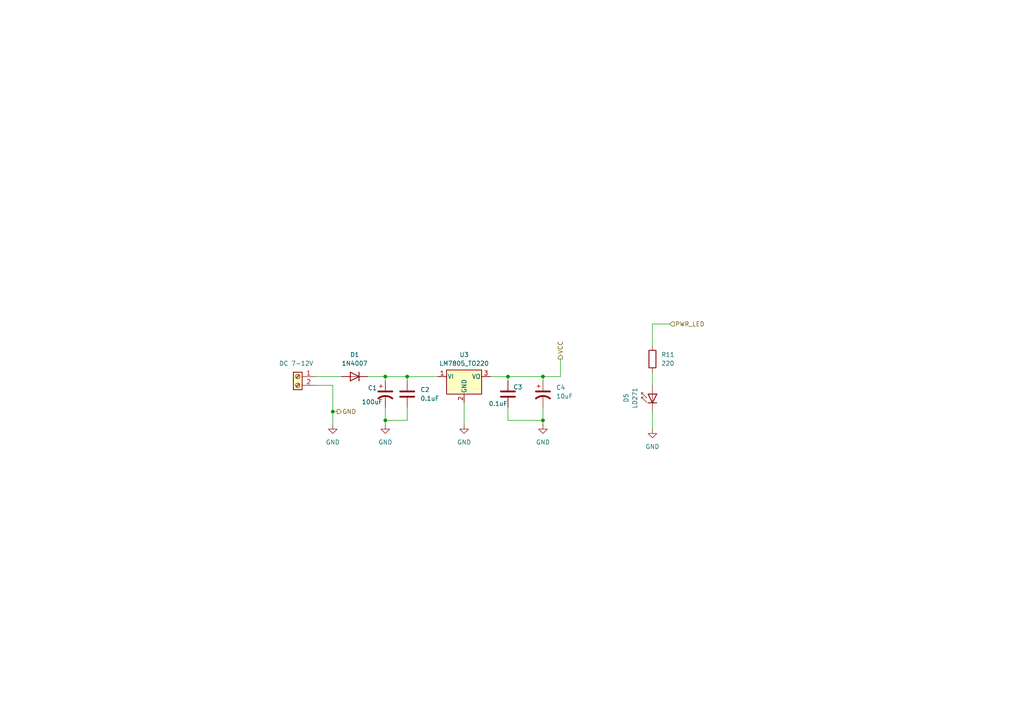
<source format=kicad_sch>
(kicad_sch
	(version 20231120)
	(generator "eeschema")
	(generator_version "8.0")
	(uuid "59353d23-b7a4-4b58-81ee-5cf4f7885164")
	(paper "A4")
	(lib_symbols
		(symbol "Connector:Screw_Terminal_01x02"
			(pin_names
				(offset 1.016) hide)
			(exclude_from_sim no)
			(in_bom yes)
			(on_board yes)
			(property "Reference" "J"
				(at 0 2.54 0)
				(effects
					(font
						(size 1.27 1.27)
					)
				)
			)
			(property "Value" "Screw_Terminal_01x02"
				(at 0 -5.08 0)
				(effects
					(font
						(size 1.27 1.27)
					)
				)
			)
			(property "Footprint" ""
				(at 0 0 0)
				(effects
					(font
						(size 1.27 1.27)
					)
					(hide yes)
				)
			)
			(property "Datasheet" "~"
				(at 0 0 0)
				(effects
					(font
						(size 1.27 1.27)
					)
					(hide yes)
				)
			)
			(property "Description" "Generic screw terminal, single row, 01x02, script generated (kicad-library-utils/schlib/autogen/connector/)"
				(at 0 0 0)
				(effects
					(font
						(size 1.27 1.27)
					)
					(hide yes)
				)
			)
			(property "ki_keywords" "screw terminal"
				(at 0 0 0)
				(effects
					(font
						(size 1.27 1.27)
					)
					(hide yes)
				)
			)
			(property "ki_fp_filters" "TerminalBlock*:*"
				(at 0 0 0)
				(effects
					(font
						(size 1.27 1.27)
					)
					(hide yes)
				)
			)
			(symbol "Screw_Terminal_01x02_1_1"
				(rectangle
					(start -1.27 1.27)
					(end 1.27 -3.81)
					(stroke
						(width 0.254)
						(type default)
					)
					(fill
						(type background)
					)
				)
				(circle
					(center 0 -2.54)
					(radius 0.635)
					(stroke
						(width 0.1524)
						(type default)
					)
					(fill
						(type none)
					)
				)
				(polyline
					(pts
						(xy -0.5334 -2.2098) (xy 0.3302 -3.048)
					)
					(stroke
						(width 0.1524)
						(type default)
					)
					(fill
						(type none)
					)
				)
				(polyline
					(pts
						(xy -0.5334 0.3302) (xy 0.3302 -0.508)
					)
					(stroke
						(width 0.1524)
						(type default)
					)
					(fill
						(type none)
					)
				)
				(polyline
					(pts
						(xy -0.3556 -2.032) (xy 0.508 -2.8702)
					)
					(stroke
						(width 0.1524)
						(type default)
					)
					(fill
						(type none)
					)
				)
				(polyline
					(pts
						(xy -0.3556 0.508) (xy 0.508 -0.3302)
					)
					(stroke
						(width 0.1524)
						(type default)
					)
					(fill
						(type none)
					)
				)
				(circle
					(center 0 0)
					(radius 0.635)
					(stroke
						(width 0.1524)
						(type default)
					)
					(fill
						(type none)
					)
				)
				(pin passive line
					(at -5.08 0 0)
					(length 3.81)
					(name "Pin_1"
						(effects
							(font
								(size 1.27 1.27)
							)
						)
					)
					(number "1"
						(effects
							(font
								(size 1.27 1.27)
							)
						)
					)
				)
				(pin passive line
					(at -5.08 -2.54 0)
					(length 3.81)
					(name "Pin_2"
						(effects
							(font
								(size 1.27 1.27)
							)
						)
					)
					(number "2"
						(effects
							(font
								(size 1.27 1.27)
							)
						)
					)
				)
			)
		)
		(symbol "Device:C"
			(pin_numbers hide)
			(pin_names
				(offset 0.254)
			)
			(exclude_from_sim no)
			(in_bom yes)
			(on_board yes)
			(property "Reference" "C"
				(at 0.635 2.54 0)
				(effects
					(font
						(size 1.27 1.27)
					)
					(justify left)
				)
			)
			(property "Value" "C"
				(at 0.635 -2.54 0)
				(effects
					(font
						(size 1.27 1.27)
					)
					(justify left)
				)
			)
			(property "Footprint" ""
				(at 0.9652 -3.81 0)
				(effects
					(font
						(size 1.27 1.27)
					)
					(hide yes)
				)
			)
			(property "Datasheet" "~"
				(at 0 0 0)
				(effects
					(font
						(size 1.27 1.27)
					)
					(hide yes)
				)
			)
			(property "Description" "Unpolarized capacitor"
				(at 0 0 0)
				(effects
					(font
						(size 1.27 1.27)
					)
					(hide yes)
				)
			)
			(property "ki_keywords" "cap capacitor"
				(at 0 0 0)
				(effects
					(font
						(size 1.27 1.27)
					)
					(hide yes)
				)
			)
			(property "ki_fp_filters" "C_*"
				(at 0 0 0)
				(effects
					(font
						(size 1.27 1.27)
					)
					(hide yes)
				)
			)
			(symbol "C_0_1"
				(polyline
					(pts
						(xy -2.032 -0.762) (xy 2.032 -0.762)
					)
					(stroke
						(width 0.508)
						(type default)
					)
					(fill
						(type none)
					)
				)
				(polyline
					(pts
						(xy -2.032 0.762) (xy 2.032 0.762)
					)
					(stroke
						(width 0.508)
						(type default)
					)
					(fill
						(type none)
					)
				)
			)
			(symbol "C_1_1"
				(pin passive line
					(at 0 3.81 270)
					(length 2.794)
					(name "~"
						(effects
							(font
								(size 1.27 1.27)
							)
						)
					)
					(number "1"
						(effects
							(font
								(size 1.27 1.27)
							)
						)
					)
				)
				(pin passive line
					(at 0 -3.81 90)
					(length 2.794)
					(name "~"
						(effects
							(font
								(size 1.27 1.27)
							)
						)
					)
					(number "2"
						(effects
							(font
								(size 1.27 1.27)
							)
						)
					)
				)
			)
		)
		(symbol "Device:C_Polarized_US"
			(pin_numbers hide)
			(pin_names
				(offset 0.254) hide)
			(exclude_from_sim no)
			(in_bom yes)
			(on_board yes)
			(property "Reference" "C"
				(at 0.635 2.54 0)
				(effects
					(font
						(size 1.27 1.27)
					)
					(justify left)
				)
			)
			(property "Value" "C_Polarized_US"
				(at 0.635 -2.54 0)
				(effects
					(font
						(size 1.27 1.27)
					)
					(justify left)
				)
			)
			(property "Footprint" ""
				(at 0 0 0)
				(effects
					(font
						(size 1.27 1.27)
					)
					(hide yes)
				)
			)
			(property "Datasheet" "~"
				(at 0 0 0)
				(effects
					(font
						(size 1.27 1.27)
					)
					(hide yes)
				)
			)
			(property "Description" "Polarized capacitor, US symbol"
				(at 0 0 0)
				(effects
					(font
						(size 1.27 1.27)
					)
					(hide yes)
				)
			)
			(property "ki_keywords" "cap capacitor"
				(at 0 0 0)
				(effects
					(font
						(size 1.27 1.27)
					)
					(hide yes)
				)
			)
			(property "ki_fp_filters" "CP_*"
				(at 0 0 0)
				(effects
					(font
						(size 1.27 1.27)
					)
					(hide yes)
				)
			)
			(symbol "C_Polarized_US_0_1"
				(polyline
					(pts
						(xy -2.032 0.762) (xy 2.032 0.762)
					)
					(stroke
						(width 0.508)
						(type default)
					)
					(fill
						(type none)
					)
				)
				(polyline
					(pts
						(xy -1.778 2.286) (xy -0.762 2.286)
					)
					(stroke
						(width 0)
						(type default)
					)
					(fill
						(type none)
					)
				)
				(polyline
					(pts
						(xy -1.27 1.778) (xy -1.27 2.794)
					)
					(stroke
						(width 0)
						(type default)
					)
					(fill
						(type none)
					)
				)
				(arc
					(start 2.032 -1.27)
					(mid 0 -0.5572)
					(end -2.032 -1.27)
					(stroke
						(width 0.508)
						(type default)
					)
					(fill
						(type none)
					)
				)
			)
			(symbol "C_Polarized_US_1_1"
				(pin passive line
					(at 0 3.81 270)
					(length 2.794)
					(name "~"
						(effects
							(font
								(size 1.27 1.27)
							)
						)
					)
					(number "1"
						(effects
							(font
								(size 1.27 1.27)
							)
						)
					)
				)
				(pin passive line
					(at 0 -3.81 90)
					(length 3.302)
					(name "~"
						(effects
							(font
								(size 1.27 1.27)
							)
						)
					)
					(number "2"
						(effects
							(font
								(size 1.27 1.27)
							)
						)
					)
				)
			)
		)
		(symbol "Device:R"
			(pin_numbers hide)
			(pin_names
				(offset 0)
			)
			(exclude_from_sim no)
			(in_bom yes)
			(on_board yes)
			(property "Reference" "R"
				(at 2.032 0 90)
				(effects
					(font
						(size 1.27 1.27)
					)
				)
			)
			(property "Value" "R"
				(at 0 0 90)
				(effects
					(font
						(size 1.27 1.27)
					)
				)
			)
			(property "Footprint" ""
				(at -1.778 0 90)
				(effects
					(font
						(size 1.27 1.27)
					)
					(hide yes)
				)
			)
			(property "Datasheet" "~"
				(at 0 0 0)
				(effects
					(font
						(size 1.27 1.27)
					)
					(hide yes)
				)
			)
			(property "Description" "Resistor"
				(at 0 0 0)
				(effects
					(font
						(size 1.27 1.27)
					)
					(hide yes)
				)
			)
			(property "ki_keywords" "R res resistor"
				(at 0 0 0)
				(effects
					(font
						(size 1.27 1.27)
					)
					(hide yes)
				)
			)
			(property "ki_fp_filters" "R_*"
				(at 0 0 0)
				(effects
					(font
						(size 1.27 1.27)
					)
					(hide yes)
				)
			)
			(symbol "R_0_1"
				(rectangle
					(start -1.016 -2.54)
					(end 1.016 2.54)
					(stroke
						(width 0.254)
						(type default)
					)
					(fill
						(type none)
					)
				)
			)
			(symbol "R_1_1"
				(pin passive line
					(at 0 3.81 270)
					(length 1.27)
					(name "~"
						(effects
							(font
								(size 1.27 1.27)
							)
						)
					)
					(number "1"
						(effects
							(font
								(size 1.27 1.27)
							)
						)
					)
				)
				(pin passive line
					(at 0 -3.81 90)
					(length 1.27)
					(name "~"
						(effects
							(font
								(size 1.27 1.27)
							)
						)
					)
					(number "2"
						(effects
							(font
								(size 1.27 1.27)
							)
						)
					)
				)
			)
		)
		(symbol "Diode:1N4007"
			(pin_numbers hide)
			(pin_names hide)
			(exclude_from_sim no)
			(in_bom yes)
			(on_board yes)
			(property "Reference" "D"
				(at 0 2.54 0)
				(effects
					(font
						(size 1.27 1.27)
					)
				)
			)
			(property "Value" "1N4007"
				(at 0 -2.54 0)
				(effects
					(font
						(size 1.27 1.27)
					)
				)
			)
			(property "Footprint" "Diode_THT:D_DO-41_SOD81_P10.16mm_Horizontal"
				(at 0 -4.445 0)
				(effects
					(font
						(size 1.27 1.27)
					)
					(hide yes)
				)
			)
			(property "Datasheet" "http://www.vishay.com/docs/88503/1n4001.pdf"
				(at 0 0 0)
				(effects
					(font
						(size 1.27 1.27)
					)
					(hide yes)
				)
			)
			(property "Description" "1000V 1A General Purpose Rectifier Diode, DO-41"
				(at 0 0 0)
				(effects
					(font
						(size 1.27 1.27)
					)
					(hide yes)
				)
			)
			(property "Sim.Device" "D"
				(at 0 0 0)
				(effects
					(font
						(size 1.27 1.27)
					)
					(hide yes)
				)
			)
			(property "Sim.Pins" "1=K 2=A"
				(at 0 0 0)
				(effects
					(font
						(size 1.27 1.27)
					)
					(hide yes)
				)
			)
			(property "ki_keywords" "diode"
				(at 0 0 0)
				(effects
					(font
						(size 1.27 1.27)
					)
					(hide yes)
				)
			)
			(property "ki_fp_filters" "D*DO?41*"
				(at 0 0 0)
				(effects
					(font
						(size 1.27 1.27)
					)
					(hide yes)
				)
			)
			(symbol "1N4007_0_1"
				(polyline
					(pts
						(xy -1.27 1.27) (xy -1.27 -1.27)
					)
					(stroke
						(width 0.254)
						(type default)
					)
					(fill
						(type none)
					)
				)
				(polyline
					(pts
						(xy 1.27 0) (xy -1.27 0)
					)
					(stroke
						(width 0)
						(type default)
					)
					(fill
						(type none)
					)
				)
				(polyline
					(pts
						(xy 1.27 1.27) (xy 1.27 -1.27) (xy -1.27 0) (xy 1.27 1.27)
					)
					(stroke
						(width 0.254)
						(type default)
					)
					(fill
						(type none)
					)
				)
			)
			(symbol "1N4007_1_1"
				(pin passive line
					(at -3.81 0 0)
					(length 2.54)
					(name "K"
						(effects
							(font
								(size 1.27 1.27)
							)
						)
					)
					(number "1"
						(effects
							(font
								(size 1.27 1.27)
							)
						)
					)
				)
				(pin passive line
					(at 3.81 0 180)
					(length 2.54)
					(name "A"
						(effects
							(font
								(size 1.27 1.27)
							)
						)
					)
					(number "2"
						(effects
							(font
								(size 1.27 1.27)
							)
						)
					)
				)
			)
		)
		(symbol "LED:LD271"
			(pin_numbers hide)
			(pin_names
				(offset 1.016) hide)
			(exclude_from_sim no)
			(in_bom yes)
			(on_board yes)
			(property "Reference" "D"
				(at 0.508 1.778 0)
				(effects
					(font
						(size 1.27 1.27)
					)
					(justify left)
				)
			)
			(property "Value" "LD271"
				(at -1.016 -2.794 0)
				(effects
					(font
						(size 1.27 1.27)
					)
				)
			)
			(property "Footprint" "LED_THT:LED_D5.0mm_IRGrey"
				(at 0 4.445 0)
				(effects
					(font
						(size 1.27 1.27)
					)
					(hide yes)
				)
			)
			(property "Datasheet" "http://www.alliedelec.com/m/d/40788c34903a719969df15f1fbea1056.pdf"
				(at -1.27 0 0)
				(effects
					(font
						(size 1.27 1.27)
					)
					(hide yes)
				)
			)
			(property "Description" "940nm IR-LED, 5mm"
				(at 0 0 0)
				(effects
					(font
						(size 1.27 1.27)
					)
					(hide yes)
				)
			)
			(property "ki_keywords" "IR LED"
				(at 0 0 0)
				(effects
					(font
						(size 1.27 1.27)
					)
					(hide yes)
				)
			)
			(property "ki_fp_filters" "LED*5.0mm*IRGrey*"
				(at 0 0 0)
				(effects
					(font
						(size 1.27 1.27)
					)
					(hide yes)
				)
			)
			(symbol "LD271_0_1"
				(polyline
					(pts
						(xy -2.54 1.27) (xy -2.54 -1.27)
					)
					(stroke
						(width 0.254)
						(type default)
					)
					(fill
						(type none)
					)
				)
				(polyline
					(pts
						(xy 0 0) (xy -2.54 0)
					)
					(stroke
						(width 0)
						(type default)
					)
					(fill
						(type none)
					)
				)
				(polyline
					(pts
						(xy 0.381 3.175) (xy -0.127 3.175)
					)
					(stroke
						(width 0)
						(type default)
					)
					(fill
						(type none)
					)
				)
				(polyline
					(pts
						(xy -1.143 1.651) (xy 0.381 3.175) (xy 0.381 2.667)
					)
					(stroke
						(width 0)
						(type default)
					)
					(fill
						(type none)
					)
				)
				(polyline
					(pts
						(xy 0 -1.27) (xy -2.54 0) (xy 0 1.27) (xy 0 -1.27)
					)
					(stroke
						(width 0.254)
						(type default)
					)
					(fill
						(type none)
					)
				)
				(polyline
					(pts
						(xy -2.413 1.651) (xy -0.889 3.175) (xy -0.889 2.667) (xy -0.889 3.175) (xy -1.397 3.175)
					)
					(stroke
						(width 0)
						(type default)
					)
					(fill
						(type none)
					)
				)
			)
			(symbol "LD271_1_1"
				(pin passive line
					(at -5.08 0 0)
					(length 2.54)
					(name "K"
						(effects
							(font
								(size 1.27 1.27)
							)
						)
					)
					(number "1"
						(effects
							(font
								(size 1.27 1.27)
							)
						)
					)
				)
				(pin passive line
					(at 2.54 0 180)
					(length 2.54)
					(name "A"
						(effects
							(font
								(size 1.27 1.27)
							)
						)
					)
					(number "2"
						(effects
							(font
								(size 1.27 1.27)
							)
						)
					)
				)
			)
		)
		(symbol "Regulator_Linear:LM7805_TO220"
			(pin_names
				(offset 0.254)
			)
			(exclude_from_sim no)
			(in_bom yes)
			(on_board yes)
			(property "Reference" "U"
				(at -3.81 3.175 0)
				(effects
					(font
						(size 1.27 1.27)
					)
				)
			)
			(property "Value" "LM7805_TO220"
				(at 0 3.175 0)
				(effects
					(font
						(size 1.27 1.27)
					)
					(justify left)
				)
			)
			(property "Footprint" "Package_TO_SOT_THT:TO-220-3_Vertical"
				(at 0 5.715 0)
				(effects
					(font
						(size 1.27 1.27)
						(italic yes)
					)
					(hide yes)
				)
			)
			(property "Datasheet" "https://www.onsemi.cn/PowerSolutions/document/MC7800-D.PDF"
				(at 0 -1.27 0)
				(effects
					(font
						(size 1.27 1.27)
					)
					(hide yes)
				)
			)
			(property "Description" "Positive 1A 35V Linear Regulator, Fixed Output 5V, TO-220"
				(at 0 0 0)
				(effects
					(font
						(size 1.27 1.27)
					)
					(hide yes)
				)
			)
			(property "ki_keywords" "Voltage Regulator 1A Positive"
				(at 0 0 0)
				(effects
					(font
						(size 1.27 1.27)
					)
					(hide yes)
				)
			)
			(property "ki_fp_filters" "TO?220*"
				(at 0 0 0)
				(effects
					(font
						(size 1.27 1.27)
					)
					(hide yes)
				)
			)
			(symbol "LM7805_TO220_0_1"
				(rectangle
					(start -5.08 1.905)
					(end 5.08 -5.08)
					(stroke
						(width 0.254)
						(type default)
					)
					(fill
						(type background)
					)
				)
			)
			(symbol "LM7805_TO220_1_1"
				(pin power_in line
					(at -7.62 0 0)
					(length 2.54)
					(name "VI"
						(effects
							(font
								(size 1.27 1.27)
							)
						)
					)
					(number "1"
						(effects
							(font
								(size 1.27 1.27)
							)
						)
					)
				)
				(pin power_in line
					(at 0 -7.62 90)
					(length 2.54)
					(name "GND"
						(effects
							(font
								(size 1.27 1.27)
							)
						)
					)
					(number "2"
						(effects
							(font
								(size 1.27 1.27)
							)
						)
					)
				)
				(pin power_out line
					(at 7.62 0 180)
					(length 2.54)
					(name "VO"
						(effects
							(font
								(size 1.27 1.27)
							)
						)
					)
					(number "3"
						(effects
							(font
								(size 1.27 1.27)
							)
						)
					)
				)
			)
		)
		(symbol "power:GND"
			(power)
			(pin_numbers hide)
			(pin_names
				(offset 0) hide)
			(exclude_from_sim no)
			(in_bom yes)
			(on_board yes)
			(property "Reference" "#PWR"
				(at 0 -6.35 0)
				(effects
					(font
						(size 1.27 1.27)
					)
					(hide yes)
				)
			)
			(property "Value" "GND"
				(at 0 -3.81 0)
				(effects
					(font
						(size 1.27 1.27)
					)
				)
			)
			(property "Footprint" ""
				(at 0 0 0)
				(effects
					(font
						(size 1.27 1.27)
					)
					(hide yes)
				)
			)
			(property "Datasheet" ""
				(at 0 0 0)
				(effects
					(font
						(size 1.27 1.27)
					)
					(hide yes)
				)
			)
			(property "Description" "Power symbol creates a global label with name \"GND\" , ground"
				(at 0 0 0)
				(effects
					(font
						(size 1.27 1.27)
					)
					(hide yes)
				)
			)
			(property "ki_keywords" "global power"
				(at 0 0 0)
				(effects
					(font
						(size 1.27 1.27)
					)
					(hide yes)
				)
			)
			(symbol "GND_0_1"
				(polyline
					(pts
						(xy 0 0) (xy 0 -1.27) (xy 1.27 -1.27) (xy 0 -2.54) (xy -1.27 -1.27) (xy 0 -1.27)
					)
					(stroke
						(width 0)
						(type default)
					)
					(fill
						(type none)
					)
				)
			)
			(symbol "GND_1_1"
				(pin power_in line
					(at 0 0 270)
					(length 0)
					(name "~"
						(effects
							(font
								(size 1.27 1.27)
							)
						)
					)
					(number "1"
						(effects
							(font
								(size 1.27 1.27)
							)
						)
					)
				)
			)
		)
	)
	(junction
		(at 96.52 119.38)
		(diameter 0)
		(color 0 0 0 0)
		(uuid "15b897b5-51f5-4d7d-9140-e8af4073e128")
	)
	(junction
		(at 111.76 121.92)
		(diameter 0)
		(color 0 0 0 0)
		(uuid "239efe2b-efcf-4386-a6f6-01a59c1f4d8c")
	)
	(junction
		(at 111.76 109.22)
		(diameter 0)
		(color 0 0 0 0)
		(uuid "824cf1dd-8989-443c-b1af-fe9530eb83b0")
	)
	(junction
		(at 157.48 109.22)
		(diameter 0)
		(color 0 0 0 0)
		(uuid "974a97f9-64ba-434a-a37f-374c152255f2")
	)
	(junction
		(at 147.32 109.22)
		(diameter 0)
		(color 0 0 0 0)
		(uuid "aed7f039-ecfc-4e09-9246-bfefa5e580fb")
	)
	(junction
		(at 118.11 109.22)
		(diameter 0)
		(color 0 0 0 0)
		(uuid "de712f4c-b36b-4162-8af8-4129537138c3")
	)
	(junction
		(at 157.48 121.92)
		(diameter 0)
		(color 0 0 0 0)
		(uuid "ec0f4d57-adc5-4375-8c2e-8654ddafa39e")
	)
	(wire
		(pts
			(xy 157.48 118.11) (xy 157.48 121.92)
		)
		(stroke
			(width 0)
			(type default)
		)
		(uuid "0f1bb889-9ec6-48b9-b4bd-d83136098617")
	)
	(wire
		(pts
			(xy 157.48 121.92) (xy 157.48 123.19)
		)
		(stroke
			(width 0)
			(type default)
		)
		(uuid "2f3edaf2-ecf3-466c-b267-8f3222ed0df8")
	)
	(wire
		(pts
			(xy 118.11 109.22) (xy 127 109.22)
		)
		(stroke
			(width 0)
			(type default)
		)
		(uuid "31f4fc7b-550e-4e58-b1af-0b64005d0340")
	)
	(wire
		(pts
			(xy 147.32 109.22) (xy 147.32 110.49)
		)
		(stroke
			(width 0)
			(type default)
		)
		(uuid "3bf75202-ec57-4533-bdfe-35f4924342d8")
	)
	(wire
		(pts
			(xy 91.44 109.22) (xy 99.06 109.22)
		)
		(stroke
			(width 0)
			(type default)
		)
		(uuid "51443678-4c19-45a9-b756-908bc000b162")
	)
	(wire
		(pts
			(xy 118.11 121.92) (xy 111.76 121.92)
		)
		(stroke
			(width 0)
			(type default)
		)
		(uuid "587a34e2-a72b-42b4-86d2-21eecfdf31eb")
	)
	(wire
		(pts
			(xy 106.68 109.22) (xy 111.76 109.22)
		)
		(stroke
			(width 0)
			(type default)
		)
		(uuid "5a4bd36a-cf37-4fa7-ad51-a4d5daf09917")
	)
	(wire
		(pts
			(xy 111.76 109.22) (xy 118.11 109.22)
		)
		(stroke
			(width 0)
			(type default)
		)
		(uuid "5af10b73-839a-4298-834b-25d3c424bffa")
	)
	(wire
		(pts
			(xy 118.11 118.11) (xy 118.11 121.92)
		)
		(stroke
			(width 0)
			(type default)
		)
		(uuid "665fc4a6-3cf9-444b-afac-a0e15dcfed90")
	)
	(wire
		(pts
			(xy 134.62 116.84) (xy 134.62 123.19)
		)
		(stroke
			(width 0)
			(type default)
		)
		(uuid "6b0e7730-47ef-4c22-80de-69bc514b5a95")
	)
	(wire
		(pts
			(xy 157.48 109.22) (xy 162.56 109.22)
		)
		(stroke
			(width 0)
			(type default)
		)
		(uuid "726f7c92-3147-453f-96d1-c8d61eacf382")
	)
	(wire
		(pts
			(xy 157.48 109.22) (xy 157.48 110.49)
		)
		(stroke
			(width 0)
			(type default)
		)
		(uuid "807293fb-62a3-4721-91fd-98f5a60e5705")
	)
	(wire
		(pts
			(xy 162.56 104.14) (xy 162.56 109.22)
		)
		(stroke
			(width 0)
			(type default)
		)
		(uuid "83272da0-43af-4376-a04b-aa739989ab08")
	)
	(wire
		(pts
			(xy 118.11 109.22) (xy 118.11 110.49)
		)
		(stroke
			(width 0)
			(type default)
		)
		(uuid "8a80193b-4dc9-4861-ba42-a2dda56aaf39")
	)
	(wire
		(pts
			(xy 111.76 118.11) (xy 111.76 121.92)
		)
		(stroke
			(width 0)
			(type default)
		)
		(uuid "8f7a4dc6-6886-492f-9f0d-b17bb76cb6d5")
	)
	(wire
		(pts
			(xy 189.23 119.38) (xy 189.23 124.46)
		)
		(stroke
			(width 0)
			(type default)
		)
		(uuid "98da6e06-eb66-427b-a303-1d0201b39acf")
	)
	(wire
		(pts
			(xy 111.76 121.92) (xy 111.76 123.19)
		)
		(stroke
			(width 0)
			(type default)
		)
		(uuid "9b2dcc3d-bf3d-423e-b4f1-a7fa26f015b4")
	)
	(wire
		(pts
			(xy 189.23 100.33) (xy 189.23 93.98)
		)
		(stroke
			(width 0)
			(type default)
		)
		(uuid "a5d3fd33-ab44-41cd-bd58-a365e94e147c")
	)
	(wire
		(pts
			(xy 96.52 119.38) (xy 97.79 119.38)
		)
		(stroke
			(width 0)
			(type default)
		)
		(uuid "ac19eca8-a7d7-418f-abdb-1191465853bc")
	)
	(wire
		(pts
			(xy 96.52 111.76) (xy 96.52 119.38)
		)
		(stroke
			(width 0)
			(type default)
		)
		(uuid "acf9f14c-34b6-42b1-9c84-8da5fd29ce7c")
	)
	(wire
		(pts
			(xy 189.23 107.95) (xy 189.23 111.76)
		)
		(stroke
			(width 0)
			(type default)
		)
		(uuid "afc96a2f-f2d4-4b0f-a164-8cd73a93e096")
	)
	(wire
		(pts
			(xy 189.23 93.98) (xy 194.31 93.98)
		)
		(stroke
			(width 0)
			(type default)
		)
		(uuid "cf9aa98b-39a9-4084-9c4c-9e6d6448a0f9")
	)
	(wire
		(pts
			(xy 147.32 121.92) (xy 157.48 121.92)
		)
		(stroke
			(width 0)
			(type default)
		)
		(uuid "d6eb8711-0e36-4227-b509-3110441c33fa")
	)
	(wire
		(pts
			(xy 111.76 109.22) (xy 111.76 110.49)
		)
		(stroke
			(width 0)
			(type default)
		)
		(uuid "d82dce7d-4989-4ee3-ae8e-fd38da820952")
	)
	(wire
		(pts
			(xy 96.52 119.38) (xy 96.52 123.19)
		)
		(stroke
			(width 0)
			(type default)
		)
		(uuid "da564a70-6aff-40df-86c8-3e73817a02ad")
	)
	(wire
		(pts
			(xy 142.24 109.22) (xy 147.32 109.22)
		)
		(stroke
			(width 0)
			(type default)
		)
		(uuid "e22633d3-7f5d-483d-9248-a61119040f0f")
	)
	(wire
		(pts
			(xy 147.32 109.22) (xy 157.48 109.22)
		)
		(stroke
			(width 0)
			(type default)
		)
		(uuid "e49b7293-94d8-4371-8c5d-4df836760659")
	)
	(wire
		(pts
			(xy 147.32 118.11) (xy 147.32 121.92)
		)
		(stroke
			(width 0)
			(type default)
		)
		(uuid "f38649b5-ff26-4a31-a746-0dbd48e155fb")
	)
	(wire
		(pts
			(xy 91.44 111.76) (xy 96.52 111.76)
		)
		(stroke
			(width 0)
			(type default)
		)
		(uuid "fb5b2e99-189c-4a68-a2ce-0b915e2b14e5")
	)
	(hierarchical_label "VCC"
		(shape output)
		(at 162.56 104.14 90)
		(fields_autoplaced yes)
		(effects
			(font
				(size 1.27 1.27)
			)
			(justify left)
		)
		(uuid "04e7c5e4-4b81-420e-8e73-566470f9fa7c")
	)
	(hierarchical_label "PWR_LED"
		(shape input)
		(at 194.31 93.98 0)
		(fields_autoplaced yes)
		(effects
			(font
				(size 1.27 1.27)
			)
			(justify left)
		)
		(uuid "0c529bd7-cdfb-4986-8015-a057bf4ce378")
	)
	(hierarchical_label "GND"
		(shape output)
		(at 97.79 119.38 0)
		(fields_autoplaced yes)
		(effects
			(font
				(size 1.27 1.27)
			)
			(justify left)
		)
		(uuid "2c78d1d7-7ed8-4ab5-b628-dcf46a7c01e7")
	)
	(symbol
		(lib_id "LED:LD271")
		(at 189.23 114.3 90)
		(unit 1)
		(exclude_from_sim no)
		(in_bom yes)
		(on_board yes)
		(dnp no)
		(uuid "0515d51a-a510-4932-b0b5-a594a1fd5d0e")
		(property "Reference" "D5"
			(at 181.61 115.443 0)
			(effects
				(font
					(size 1.27 1.27)
				)
			)
		)
		(property "Value" "LD271"
			(at 184.15 115.443 0)
			(effects
				(font
					(size 1.27 1.27)
				)
			)
		)
		(property "Footprint" "LED_THT:LED_D5.0mm_IRGrey"
			(at 184.785 114.3 0)
			(effects
				(font
					(size 1.27 1.27)
				)
				(hide yes)
			)
		)
		(property "Datasheet" "http://www.alliedelec.com/m/d/40788c34903a719969df15f1fbea1056.pdf"
			(at 189.23 115.57 0)
			(effects
				(font
					(size 1.27 1.27)
				)
				(hide yes)
			)
		)
		(property "Description" "940nm IR-LED, 5mm"
			(at 189.23 114.3 0)
			(effects
				(font
					(size 1.27 1.27)
				)
				(hide yes)
			)
		)
		(pin "1"
			(uuid "8661f0bd-6066-45df-b3b3-7fbc555117c8")
		)
		(pin "2"
			(uuid "468694c7-70a9-4c9c-8531-065f7483ac41")
		)
		(instances
			(project "school automatic bell"
				(path "/67588057-4a04-410a-b058-5e444541d633/28c452b3-5a31-4f30-9e52-b2635d47f75e"
					(reference "D5")
					(unit 1)
				)
			)
		)
	)
	(symbol
		(lib_id "Device:R")
		(at 189.23 104.14 0)
		(unit 1)
		(exclude_from_sim no)
		(in_bom yes)
		(on_board yes)
		(dnp no)
		(fields_autoplaced yes)
		(uuid "08aa0c69-3b75-415f-83c0-f692d69b75ae")
		(property "Reference" "R11"
			(at 191.77 102.8699 0)
			(effects
				(font
					(size 1.27 1.27)
				)
				(justify left)
			)
		)
		(property "Value" "220"
			(at 191.77 105.4099 0)
			(effects
				(font
					(size 1.27 1.27)
				)
				(justify left)
			)
		)
		(property "Footprint" "Resistor_THT:R_Axial_DIN0207_L6.3mm_D2.5mm_P7.62mm_Horizontal"
			(at 187.452 104.14 90)
			(effects
				(font
					(size 1.27 1.27)
				)
				(hide yes)
			)
		)
		(property "Datasheet" "~"
			(at 189.23 104.14 0)
			(effects
				(font
					(size 1.27 1.27)
				)
				(hide yes)
			)
		)
		(property "Description" "Resistor"
			(at 189.23 104.14 0)
			(effects
				(font
					(size 1.27 1.27)
				)
				(hide yes)
			)
		)
		(pin "1"
			(uuid "bba0fa4d-d4e9-4efa-888a-4fc9e682b042")
		)
		(pin "2"
			(uuid "3b3d62ac-126e-45e1-869c-1e2ef522618e")
		)
		(instances
			(project "school automatic bell"
				(path "/67588057-4a04-410a-b058-5e444541d633/28c452b3-5a31-4f30-9e52-b2635d47f75e"
					(reference "R11")
					(unit 1)
				)
			)
		)
	)
	(symbol
		(lib_id "Device:C_Polarized_US")
		(at 157.48 114.3 0)
		(unit 1)
		(exclude_from_sim no)
		(in_bom yes)
		(on_board yes)
		(dnp no)
		(fields_autoplaced yes)
		(uuid "0ae67219-d0e9-4878-baec-8533b038d671")
		(property "Reference" "C4"
			(at 161.29 112.3949 0)
			(effects
				(font
					(size 1.27 1.27)
				)
				(justify left)
			)
		)
		(property "Value" "10uF"
			(at 161.29 114.9349 0)
			(effects
				(font
					(size 1.27 1.27)
				)
				(justify left)
			)
		)
		(property "Footprint" "Capacitor_THT:CP_Radial_Tantal_D7.0mm_P2.50mm"
			(at 157.48 114.3 0)
			(effects
				(font
					(size 1.27 1.27)
				)
				(hide yes)
			)
		)
		(property "Datasheet" "~"
			(at 157.48 114.3 0)
			(effects
				(font
					(size 1.27 1.27)
				)
				(hide yes)
			)
		)
		(property "Description" "Polarized capacitor, US symbol"
			(at 157.48 114.3 0)
			(effects
				(font
					(size 1.27 1.27)
				)
				(hide yes)
			)
		)
		(pin "1"
			(uuid "8f4e8100-2494-4425-b39e-a1a376d7f273")
		)
		(pin "2"
			(uuid "453be6e9-8e92-4280-b5f3-588ea1a9f35d")
		)
		(instances
			(project "school automatic bell"
				(path "/67588057-4a04-410a-b058-5e444541d633/28c452b3-5a31-4f30-9e52-b2635d47f75e"
					(reference "C4")
					(unit 1)
				)
			)
		)
	)
	(symbol
		(lib_id "Connector:Screw_Terminal_01x02")
		(at 86.36 109.22 0)
		(mirror y)
		(unit 1)
		(exclude_from_sim no)
		(in_bom yes)
		(on_board yes)
		(dnp no)
		(uuid "11d4c180-1dc0-4811-8d99-e26a0a1b4c79")
		(property "Reference" "+1"
			(at 83.82 109.2199 0)
			(do_not_autoplace yes)
			(effects
				(font
					(size 1.27 1.27)
				)
				(justify left)
				(hide yes)
			)
		)
		(property "Value" "DC 7-12V"
			(at 90.932 105.41 0)
			(effects
				(font
					(size 1.27 1.27)
				)
				(justify left)
			)
		)
		(property "Footprint" "TerminalBlock:TerminalBlock_Altech_AK300-2_P5.00mm"
			(at 86.36 109.22 0)
			(effects
				(font
					(size 1.27 1.27)
				)
				(hide yes)
			)
		)
		(property "Datasheet" "~"
			(at 86.36 109.22 0)
			(effects
				(font
					(size 1.27 1.27)
				)
				(hide yes)
			)
		)
		(property "Description" "Generic screw terminal, single row, 01x02, script generated (kicad-library-utils/schlib/autogen/connector/)"
			(at 86.36 109.22 0)
			(effects
				(font
					(size 1.27 1.27)
				)
				(hide yes)
			)
		)
		(pin "2"
			(uuid "c523e93d-9206-4b5b-bd87-a24300b289fa")
		)
		(pin "1"
			(uuid "df605039-a738-4143-8222-cc69bcb0f526")
		)
		(instances
			(project "school automatic bell"
				(path "/67588057-4a04-410a-b058-5e444541d633/28c452b3-5a31-4f30-9e52-b2635d47f75e"
					(reference "+1")
					(unit 1)
				)
			)
		)
	)
	(symbol
		(lib_id "Regulator_Linear:LM7805_TO220")
		(at 134.62 109.22 0)
		(unit 1)
		(exclude_from_sim no)
		(in_bom yes)
		(on_board yes)
		(dnp no)
		(fields_autoplaced yes)
		(uuid "142fc3ef-b2ae-43f4-9c06-42195bbb0bb7")
		(property "Reference" "U3"
			(at 134.62 102.87 0)
			(effects
				(font
					(size 1.27 1.27)
				)
			)
		)
		(property "Value" "LM7805_TO220"
			(at 134.62 105.41 0)
			(effects
				(font
					(size 1.27 1.27)
				)
			)
		)
		(property "Footprint" "Package_TO_SOT_THT:TO-220-3_Vertical"
			(at 134.62 103.505 0)
			(effects
				(font
					(size 1.27 1.27)
					(italic yes)
				)
				(hide yes)
			)
		)
		(property "Datasheet" "https://www.onsemi.cn/PowerSolutions/document/MC7800-D.PDF"
			(at 134.62 110.49 0)
			(effects
				(font
					(size 1.27 1.27)
				)
				(hide yes)
			)
		)
		(property "Description" "Positive 1A 35V Linear Regulator, Fixed Output 5V, TO-220"
			(at 134.62 109.22 0)
			(effects
				(font
					(size 1.27 1.27)
				)
				(hide yes)
			)
		)
		(pin "2"
			(uuid "4e5d8c09-8cbb-43e6-b289-e9b5f4a2af83")
		)
		(pin "3"
			(uuid "28691190-d145-44da-a89d-75e7e4d0aba0")
		)
		(pin "1"
			(uuid "cd167069-4add-4a04-8923-04e2f2295b2f")
		)
		(instances
			(project "school automatic bell"
				(path "/67588057-4a04-410a-b058-5e444541d633/28c452b3-5a31-4f30-9e52-b2635d47f75e"
					(reference "U3")
					(unit 1)
				)
			)
		)
	)
	(symbol
		(lib_id "Device:C_Polarized_US")
		(at 111.76 114.3 0)
		(unit 1)
		(exclude_from_sim no)
		(in_bom yes)
		(on_board yes)
		(dnp no)
		(uuid "6f8750bf-fe4d-480e-8673-c57fdb6cd80f")
		(property "Reference" "C1"
			(at 106.68 112.522 0)
			(effects
				(font
					(size 1.27 1.27)
				)
				(justify left)
			)
		)
		(property "Value" "100uF"
			(at 104.902 116.586 0)
			(effects
				(font
					(size 1.27 1.27)
				)
				(justify left)
			)
		)
		(property "Footprint" "Capacitor_THT:CP_Radial_Tantal_D8.0mm_P5.00mm"
			(at 111.76 114.3 0)
			(effects
				(font
					(size 1.27 1.27)
				)
				(hide yes)
			)
		)
		(property "Datasheet" "~"
			(at 111.76 114.3 0)
			(effects
				(font
					(size 1.27 1.27)
				)
				(hide yes)
			)
		)
		(property "Description" "Polarized capacitor, US symbol"
			(at 111.76 114.3 0)
			(effects
				(font
					(size 1.27 1.27)
				)
				(hide yes)
			)
		)
		(pin "1"
			(uuid "55de185c-d43d-4451-ba50-8692c2d7ee76")
		)
		(pin "2"
			(uuid "54d8ff82-6ceb-42c0-9593-ae15360d5c97")
		)
		(instances
			(project "school automatic bell"
				(path "/67588057-4a04-410a-b058-5e444541d633/28c452b3-5a31-4f30-9e52-b2635d47f75e"
					(reference "C1")
					(unit 1)
				)
			)
		)
	)
	(symbol
		(lib_id "power:GND")
		(at 96.52 123.19 0)
		(unit 1)
		(exclude_from_sim no)
		(in_bom yes)
		(on_board yes)
		(dnp no)
		(fields_autoplaced yes)
		(uuid "7da7e53e-ea22-44db-95ef-9b820e5f94cc")
		(property "Reference" "#PWR01"
			(at 96.52 129.54 0)
			(effects
				(font
					(size 1.27 1.27)
				)
				(hide yes)
			)
		)
		(property "Value" "GND"
			(at 96.52 128.27 0)
			(effects
				(font
					(size 1.27 1.27)
				)
			)
		)
		(property "Footprint" ""
			(at 96.52 123.19 0)
			(effects
				(font
					(size 1.27 1.27)
				)
				(hide yes)
			)
		)
		(property "Datasheet" ""
			(at 96.52 123.19 0)
			(effects
				(font
					(size 1.27 1.27)
				)
				(hide yes)
			)
		)
		(property "Description" "Power symbol creates a global label with name \"GND\" , ground"
			(at 96.52 123.19 0)
			(effects
				(font
					(size 1.27 1.27)
				)
				(hide yes)
			)
		)
		(pin "1"
			(uuid "49b91031-d14c-48b7-9e28-1d57e789aca7")
		)
		(instances
			(project "school automatic bell"
				(path "/67588057-4a04-410a-b058-5e444541d633/28c452b3-5a31-4f30-9e52-b2635d47f75e"
					(reference "#PWR01")
					(unit 1)
				)
			)
		)
	)
	(symbol
		(lib_id "Diode:1N4007")
		(at 102.87 109.22 180)
		(unit 1)
		(exclude_from_sim no)
		(in_bom yes)
		(on_board yes)
		(dnp no)
		(fields_autoplaced yes)
		(uuid "95464c9d-7d05-4186-9cfd-a2a06606f274")
		(property "Reference" "D1"
			(at 102.87 102.87 0)
			(effects
				(font
					(size 1.27 1.27)
				)
			)
		)
		(property "Value" "1N4007"
			(at 102.87 105.41 0)
			(effects
				(font
					(size 1.27 1.27)
				)
			)
		)
		(property "Footprint" "Diode_THT:D_DO-41_SOD81_P10.16mm_Horizontal"
			(at 102.87 104.775 0)
			(effects
				(font
					(size 1.27 1.27)
				)
				(hide yes)
			)
		)
		(property "Datasheet" "http://www.vishay.com/docs/88503/1n4001.pdf"
			(at 102.87 109.22 0)
			(effects
				(font
					(size 1.27 1.27)
				)
				(hide yes)
			)
		)
		(property "Description" "1000V 1A General Purpose Rectifier Diode, DO-41"
			(at 102.87 109.22 0)
			(effects
				(font
					(size 1.27 1.27)
				)
				(hide yes)
			)
		)
		(property "Sim.Device" "D"
			(at 102.87 109.22 0)
			(effects
				(font
					(size 1.27 1.27)
				)
				(hide yes)
			)
		)
		(property "Sim.Pins" "1=K 2=A"
			(at 102.87 109.22 0)
			(effects
				(font
					(size 1.27 1.27)
				)
				(hide yes)
			)
		)
		(pin "1"
			(uuid "e17b1fb7-3936-4da8-8fa5-5ac9d4a8db99")
		)
		(pin "2"
			(uuid "468b7173-3ed0-4276-a0e4-59c5457e87f4")
		)
		(instances
			(project "school automatic bell"
				(path "/67588057-4a04-410a-b058-5e444541d633/28c452b3-5a31-4f30-9e52-b2635d47f75e"
					(reference "D1")
					(unit 1)
				)
			)
		)
	)
	(symbol
		(lib_id "power:GND")
		(at 189.23 124.46 0)
		(unit 1)
		(exclude_from_sim no)
		(in_bom yes)
		(on_board yes)
		(dnp no)
		(fields_autoplaced yes)
		(uuid "9cab1876-6a94-4e2b-9eb8-d5b2f6ebe332")
		(property "Reference" "#PWR023"
			(at 189.23 130.81 0)
			(effects
				(font
					(size 1.27 1.27)
				)
				(hide yes)
			)
		)
		(property "Value" "GND"
			(at 189.23 129.54 0)
			(effects
				(font
					(size 1.27 1.27)
				)
			)
		)
		(property "Footprint" ""
			(at 189.23 124.46 0)
			(effects
				(font
					(size 1.27 1.27)
				)
				(hide yes)
			)
		)
		(property "Datasheet" ""
			(at 189.23 124.46 0)
			(effects
				(font
					(size 1.27 1.27)
				)
				(hide yes)
			)
		)
		(property "Description" "Power symbol creates a global label with name \"GND\" , ground"
			(at 189.23 124.46 0)
			(effects
				(font
					(size 1.27 1.27)
				)
				(hide yes)
			)
		)
		(pin "1"
			(uuid "3fa340e0-8cbf-418f-84be-abb4d7811f61")
		)
		(instances
			(project "school automatic bell"
				(path "/67588057-4a04-410a-b058-5e444541d633/28c452b3-5a31-4f30-9e52-b2635d47f75e"
					(reference "#PWR023")
					(unit 1)
				)
			)
		)
	)
	(symbol
		(lib_id "Device:C")
		(at 118.11 114.3 0)
		(unit 1)
		(exclude_from_sim no)
		(in_bom yes)
		(on_board yes)
		(dnp no)
		(fields_autoplaced yes)
		(uuid "b50ad95e-6bb5-4e09-b67d-438026d46b48")
		(property "Reference" "C2"
			(at 121.92 113.0299 0)
			(effects
				(font
					(size 1.27 1.27)
				)
				(justify left)
			)
		)
		(property "Value" "0.1uF"
			(at 121.92 115.5699 0)
			(effects
				(font
					(size 1.27 1.27)
				)
				(justify left)
			)
		)
		(property "Footprint" "Capacitor_THT:C_Disc_D3.4mm_W2.1mm_P2.50mm"
			(at 119.0752 118.11 0)
			(effects
				(font
					(size 1.27 1.27)
				)
				(hide yes)
			)
		)
		(property "Datasheet" "~"
			(at 118.11 114.3 0)
			(effects
				(font
					(size 1.27 1.27)
				)
				(hide yes)
			)
		)
		(property "Description" "Unpolarized capacitor"
			(at 118.11 114.3 0)
			(effects
				(font
					(size 1.27 1.27)
				)
				(hide yes)
			)
		)
		(pin "1"
			(uuid "3915982f-2e16-405f-ad8f-8d60e13e392c")
		)
		(pin "2"
			(uuid "83e697f1-ac53-4119-946c-d57b4a5e0cea")
		)
		(instances
			(project "school automatic bell"
				(path "/67588057-4a04-410a-b058-5e444541d633/28c452b3-5a31-4f30-9e52-b2635d47f75e"
					(reference "C2")
					(unit 1)
				)
			)
		)
	)
	(symbol
		(lib_id "Device:C")
		(at 147.32 114.3 0)
		(unit 1)
		(exclude_from_sim no)
		(in_bom yes)
		(on_board yes)
		(dnp no)
		(uuid "bb9aab4e-5690-4b89-ba42-85a775725f0b")
		(property "Reference" "C3"
			(at 148.844 112.268 0)
			(effects
				(font
					(size 1.27 1.27)
				)
				(justify left)
			)
		)
		(property "Value" "0.1uF"
			(at 141.732 117.094 0)
			(effects
				(font
					(size 1.27 1.27)
				)
				(justify left)
			)
		)
		(property "Footprint" "Capacitor_THT:C_Disc_D3.4mm_W2.1mm_P2.50mm"
			(at 148.2852 118.11 0)
			(effects
				(font
					(size 1.27 1.27)
					(bold yes)
				)
				(hide yes)
			)
		)
		(property "Datasheet" "~"
			(at 147.32 114.3 0)
			(effects
				(font
					(size 1.27 1.27)
				)
				(hide yes)
			)
		)
		(property "Description" "Unpolarized capacitor"
			(at 147.32 114.3 0)
			(effects
				(font
					(size 1.27 1.27)
				)
				(hide yes)
			)
		)
		(pin "1"
			(uuid "edb7169f-677e-44ec-affe-6435c7519e39")
		)
		(pin "2"
			(uuid "8622fc1d-bfef-4f5d-850d-e1a5f9b80dd9")
		)
		(instances
			(project "school automatic bell"
				(path "/67588057-4a04-410a-b058-5e444541d633/28c452b3-5a31-4f30-9e52-b2635d47f75e"
					(reference "C3")
					(unit 1)
				)
			)
		)
	)
	(symbol
		(lib_id "power:GND")
		(at 111.76 123.19 0)
		(unit 1)
		(exclude_from_sim no)
		(in_bom yes)
		(on_board yes)
		(dnp no)
		(fields_autoplaced yes)
		(uuid "bf20ad09-3b09-4c66-ad96-160506859835")
		(property "Reference" "#PWR03"
			(at 111.76 129.54 0)
			(effects
				(font
					(size 1.27 1.27)
				)
				(hide yes)
			)
		)
		(property "Value" "GND"
			(at 111.76 128.27 0)
			(effects
				(font
					(size 1.27 1.27)
				)
			)
		)
		(property "Footprint" ""
			(at 111.76 123.19 0)
			(effects
				(font
					(size 1.27 1.27)
				)
				(hide yes)
			)
		)
		(property "Datasheet" ""
			(at 111.76 123.19 0)
			(effects
				(font
					(size 1.27 1.27)
				)
				(hide yes)
			)
		)
		(property "Description" "Power symbol creates a global label with name \"GND\" , ground"
			(at 111.76 123.19 0)
			(effects
				(font
					(size 1.27 1.27)
				)
				(hide yes)
			)
		)
		(pin "1"
			(uuid "27539391-c5bb-409e-8f52-0693df48e41b")
		)
		(instances
			(project "school automatic bell"
				(path "/67588057-4a04-410a-b058-5e444541d633/28c452b3-5a31-4f30-9e52-b2635d47f75e"
					(reference "#PWR03")
					(unit 1)
				)
			)
		)
	)
	(symbol
		(lib_id "power:GND")
		(at 157.48 123.19 0)
		(unit 1)
		(exclude_from_sim no)
		(in_bom yes)
		(on_board yes)
		(dnp no)
		(fields_autoplaced yes)
		(uuid "ce466b17-0fdb-4187-a1db-f77bdf4d6030")
		(property "Reference" "#PWR05"
			(at 157.48 129.54 0)
			(effects
				(font
					(size 1.27 1.27)
				)
				(hide yes)
			)
		)
		(property "Value" "GND"
			(at 157.48 128.27 0)
			(effects
				(font
					(size 1.27 1.27)
				)
			)
		)
		(property "Footprint" ""
			(at 157.48 123.19 0)
			(effects
				(font
					(size 1.27 1.27)
				)
				(hide yes)
			)
		)
		(property "Datasheet" ""
			(at 157.48 123.19 0)
			(effects
				(font
					(size 1.27 1.27)
				)
				(hide yes)
			)
		)
		(property "Description" "Power symbol creates a global label with name \"GND\" , ground"
			(at 157.48 123.19 0)
			(effects
				(font
					(size 1.27 1.27)
				)
				(hide yes)
			)
		)
		(pin "1"
			(uuid "c758bd7b-6c9f-449a-a823-d01243a2a1e6")
		)
		(instances
			(project "school automatic bell"
				(path "/67588057-4a04-410a-b058-5e444541d633/28c452b3-5a31-4f30-9e52-b2635d47f75e"
					(reference "#PWR05")
					(unit 1)
				)
			)
		)
	)
	(symbol
		(lib_id "power:GND")
		(at 134.62 123.19 0)
		(unit 1)
		(exclude_from_sim no)
		(in_bom yes)
		(on_board yes)
		(dnp no)
		(fields_autoplaced yes)
		(uuid "d720c6f0-2150-4169-9713-82301ae638f9")
		(property "Reference" "#PWR04"
			(at 134.62 129.54 0)
			(effects
				(font
					(size 1.27 1.27)
				)
				(hide yes)
			)
		)
		(property "Value" "GND"
			(at 134.62 128.27 0)
			(effects
				(font
					(size 1.27 1.27)
				)
			)
		)
		(property "Footprint" ""
			(at 134.62 123.19 0)
			(effects
				(font
					(size 1.27 1.27)
				)
				(hide yes)
			)
		)
		(property "Datasheet" ""
			(at 134.62 123.19 0)
			(effects
				(font
					(size 1.27 1.27)
				)
				(hide yes)
			)
		)
		(property "Description" "Power symbol creates a global label with name \"GND\" , ground"
			(at 134.62 123.19 0)
			(effects
				(font
					(size 1.27 1.27)
				)
				(hide yes)
			)
		)
		(pin "1"
			(uuid "50e93993-61a9-4e54-a7d6-32114c63faa2")
		)
		(instances
			(project "school automatic bell"
				(path "/67588057-4a04-410a-b058-5e444541d633/28c452b3-5a31-4f30-9e52-b2635d47f75e"
					(reference "#PWR04")
					(unit 1)
				)
			)
		)
	)
)

</source>
